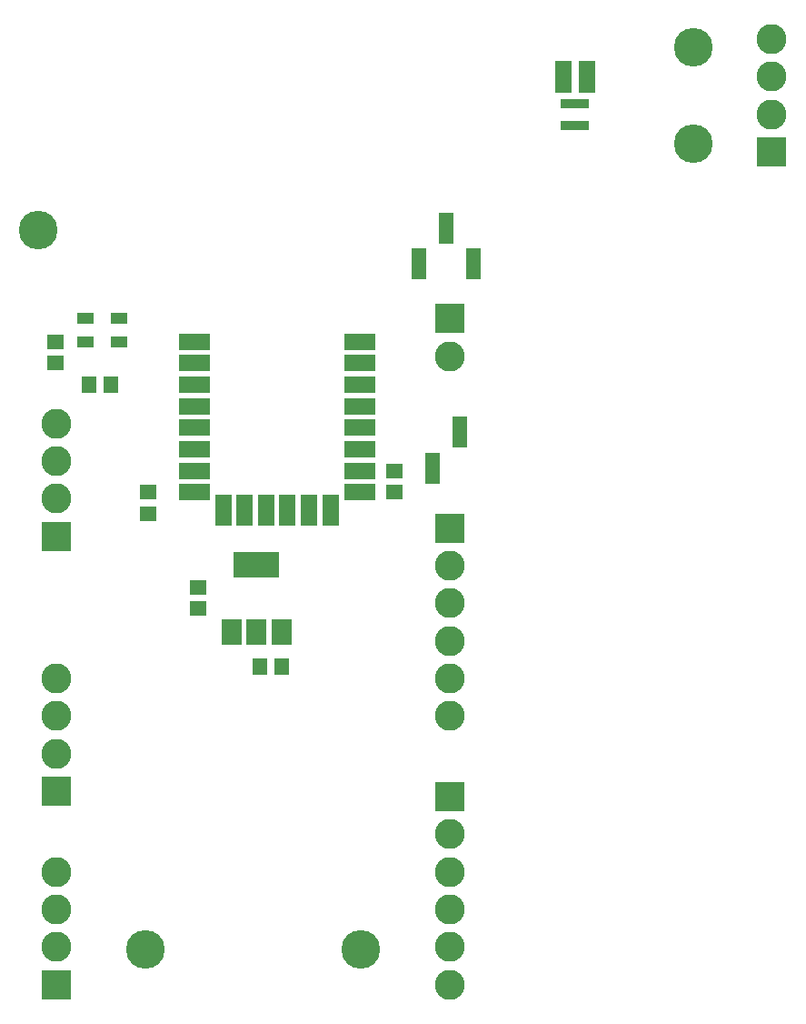
<source format=gbr>
G04 #@! TF.GenerationSoftware,KiCad,Pcbnew,(5.0.0)*
G04 #@! TF.CreationDate,2019-11-27T07:53:08+01:00*
G04 #@! TF.ProjectId,hexagon,68657861676F6E2E6B696361645F7063,rev?*
G04 #@! TF.SameCoordinates,Original*
G04 #@! TF.FileFunction,Soldermask,Top*
G04 #@! TF.FilePolarity,Negative*
%FSLAX46Y46*%
G04 Gerber Fmt 4.6, Leading zero omitted, Abs format (unit mm)*
G04 Created by KiCad (PCBNEW (5.0.0)) date 11/27/19 07:53:08*
%MOMM*%
%LPD*%
G01*
G04 APERTURE LIST*
%ADD10C,3.600000*%
%ADD11R,0.750000X0.900000*%
%ADD12R,1.500000X1.000000*%
%ADD13R,1.500000X1.100000*%
%ADD14C,2.800000*%
%ADD15R,2.800000X2.800000*%
%ADD16R,1.400760X1.649680*%
%ADD17R,1.649680X1.400760*%
%ADD18R,1.400000X2.910000*%
%ADD19R,2.900000X1.500000*%
%ADD20R,1.500000X2.900000*%
%ADD21R,4.200000X2.400000*%
%ADD22R,1.900000X2.400000*%
G04 APERTURE END LIST*
D10*
G04 #@! TO.C,*
X91000000Y-27975000D03*
G04 #@! TD*
D11*
G04 #@! TO.C,U1*
X80975000Y-33200000D03*
X80325000Y-33200000D03*
X79675000Y-33200000D03*
X79025000Y-33200000D03*
X79025000Y-35250000D03*
X79675000Y-35250000D03*
X80325000Y-35250000D03*
X80975000Y-35250000D03*
G04 #@! TD*
D12*
G04 #@! TO.C,U2*
X81100000Y-31725000D03*
D13*
X81100000Y-30725000D03*
D12*
X81100000Y-29725000D03*
X78900000Y-29725000D03*
D13*
X78900000Y-30725000D03*
D12*
X78900000Y-31725000D03*
G04 #@! TD*
D10*
G04 #@! TO.C,*
X91000000Y-36975000D03*
G04 #@! TD*
D14*
G04 #@! TO.C,J5*
X98300000Y-27225000D03*
X98300000Y-30725000D03*
D15*
X98300000Y-37725000D03*
D14*
X98300000Y-34225000D03*
G04 #@! TD*
G04 #@! TO.C,J6*
X31700000Y-69999800D03*
D15*
X31700000Y-73499800D03*
D14*
X31700000Y-66499800D03*
X31700000Y-62999800D03*
G04 #@! TD*
D16*
G04 #@! TO.C,C1*
X50650140Y-85661500D03*
X52651660Y-85661500D03*
G04 #@! TD*
D17*
G04 #@! TO.C,C3*
X44894500Y-78249780D03*
X44894500Y-80251300D03*
G04 #@! TD*
G04 #@! TO.C,C6*
X40195500Y-71424800D03*
X40195500Y-69423280D03*
G04 #@! TD*
D14*
G04 #@! TO.C,J1*
X31700000Y-86750000D03*
X31700000Y-90250000D03*
D15*
X31700000Y-97250000D03*
D14*
X31700000Y-93750000D03*
G04 #@! TD*
G04 #@! TO.C,J2*
X31700000Y-111750000D03*
D15*
X31700000Y-115250000D03*
D14*
X31700000Y-108250000D03*
X31700000Y-104750000D03*
G04 #@! TD*
G04 #@! TO.C,J3*
X68300000Y-90250000D03*
X68300000Y-86750000D03*
X68300000Y-83250000D03*
X68300000Y-79750000D03*
D15*
X68300000Y-72750000D03*
D14*
X68300000Y-76250000D03*
G04 #@! TD*
G04 #@! TO.C,J4*
X68300000Y-101250000D03*
D15*
X68300000Y-97750000D03*
D14*
X68300000Y-104750000D03*
X68300000Y-108250000D03*
X68300000Y-111750000D03*
X68300000Y-115250000D03*
G04 #@! TD*
G04 #@! TO.C,J7*
X68300000Y-56750000D03*
D15*
X68300000Y-53250000D03*
G04 #@! TD*
D18*
G04 #@! TO.C,JP1*
X66730000Y-67155000D03*
X69270000Y-63845000D03*
G04 #@! TD*
D17*
G04 #@! TO.C,R3*
X31610300Y-57398920D03*
X31610300Y-55397400D03*
G04 #@! TD*
D16*
G04 #@! TO.C,R4*
X36715700Y-59372500D03*
X34714180Y-59372500D03*
G04 #@! TD*
D17*
G04 #@! TO.C,R5*
X63152020Y-67416680D03*
X63152020Y-69418200D03*
G04 #@! TD*
D13*
G04 #@! TO.C,SW1*
X34403700Y-53205200D03*
X34403700Y-55405200D03*
X37503700Y-53205200D03*
X37503700Y-55405200D03*
G04 #@! TD*
D19*
G04 #@! TO.C,U4*
X44512000Y-55410100D03*
X44512000Y-57410100D03*
X44512000Y-59410100D03*
X44512000Y-61410100D03*
X44512000Y-63410100D03*
X44512000Y-65410100D03*
X44512000Y-67410100D03*
X44512000Y-69410100D03*
X59912000Y-69410100D03*
X59912000Y-67410100D03*
X59912000Y-65410100D03*
X59912000Y-63410100D03*
X59912000Y-61410100D03*
X59912000Y-59410100D03*
X59912000Y-57410100D03*
X59912000Y-55410100D03*
D20*
X47202000Y-71110100D03*
X49202000Y-71110100D03*
X51202000Y-71110100D03*
X53202000Y-71110100D03*
X55202000Y-71110100D03*
X57202000Y-71110100D03*
G04 #@! TD*
D21*
G04 #@! TO.C,U3*
X50330100Y-76161500D03*
D22*
X50330100Y-82461500D03*
X52630100Y-82461500D03*
X48030100Y-82461500D03*
G04 #@! TD*
D18*
G04 #@! TO.C,J8*
X65460000Y-48155000D03*
X70540000Y-48155000D03*
X68000000Y-44845000D03*
G04 #@! TD*
D10*
G04 #@! TO.C,*
X30000000Y-45000000D03*
G04 #@! TD*
G04 #@! TO.C,*
X60000000Y-112000000D03*
G04 #@! TD*
G04 #@! TO.C,*
X40000000Y-112000000D03*
G04 #@! TD*
M02*

</source>
